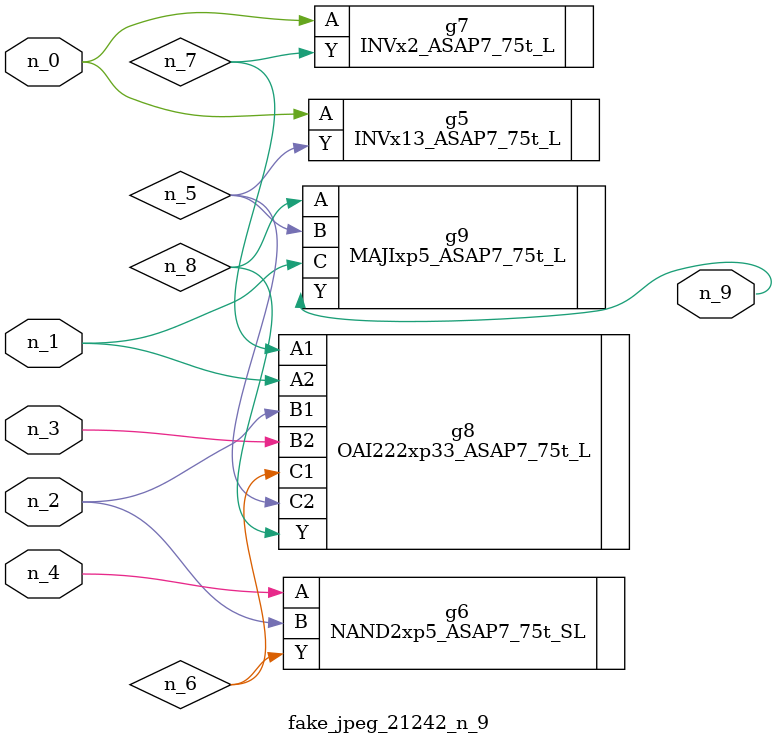
<source format=v>
module fake_jpeg_21242_n_9 (n_3, n_2, n_1, n_0, n_4, n_9);

input n_3;
input n_2;
input n_1;
input n_0;
input n_4;

output n_9;

wire n_8;
wire n_6;
wire n_5;
wire n_7;

INVx13_ASAP7_75t_L g5 ( 
.A(n_0),
.Y(n_5)
);

NAND2xp5_ASAP7_75t_SL g6 ( 
.A(n_4),
.B(n_2),
.Y(n_6)
);

INVx2_ASAP7_75t_L g7 ( 
.A(n_0),
.Y(n_7)
);

OAI222xp33_ASAP7_75t_L g8 ( 
.A1(n_7),
.A2(n_1),
.B1(n_2),
.B2(n_3),
.C1(n_6),
.C2(n_5),
.Y(n_8)
);

MAJIxp5_ASAP7_75t_L g9 ( 
.A(n_8),
.B(n_5),
.C(n_1),
.Y(n_9)
);


endmodule
</source>
